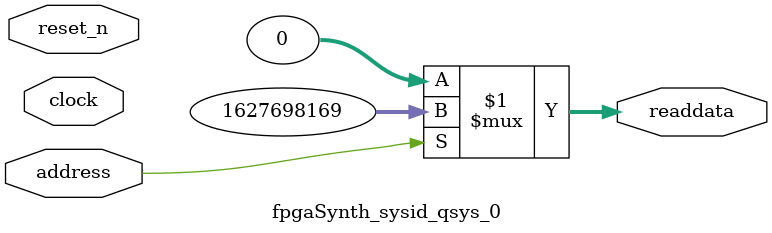
<source format=v>



// synthesis translate_off
`timescale 1ns / 1ps
// synthesis translate_on

// turn off superfluous verilog processor warnings 
// altera message_level Level1 
// altera message_off 10034 10035 10036 10037 10230 10240 10030 

module fpgaSynth_sysid_qsys_0 (
               // inputs:
                address,
                clock,
                reset_n,

               // outputs:
                readdata
             )
;

  output  [ 31: 0] readdata;
  input            address;
  input            clock;
  input            reset_n;

  wire    [ 31: 0] readdata;
  //control_slave, which is an e_avalon_slave
  assign readdata = address ? 1627698169 : 0;

endmodule



</source>
